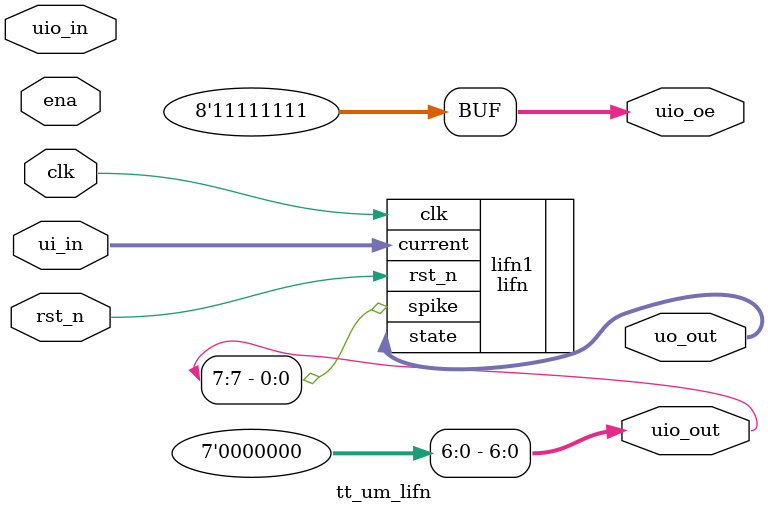
<source format=v>
`default_nettype none

module tt_um_lifn (
    input  wire [7:0] ui_in,    // Dedicated inputs - connected to the input switches
    output wire [7:0] uo_out,   // Dedicated outputs - connected to the 7 segment display
    input  wire [7:0] uio_in,   // IOs: Bidirectional Input path
    output wire [7:0] uio_out,  // IOs: Bidirectional Output path
    output wire [7:0] uio_oe,   // IOs: Bidirectional Enable path (active high: 0=input, 1=output)
    input  wire       ena,      // will go high when the design is enabled
    input  wire       clk,      // clock
    input  wire       rst_n     // reset_n - low to reset
);


    // use bidirectionals as outputs
    assign uio_oe = 8'b11111111;
    assign uio_out[6:0] = 6'd0;

    // instantiate lif neuron
    lifn lifn1(.current(ui_in), .clk(clk), .rst_n(rst_n), .spike(uio_out[7]), .state(uo_out));
    // lif lif2(.current({uio_out[7], 7'b0000000}), .clk(clk), .rst_n(rst_n), .spike(uio_out[6]), .state(uo_out));

endmodule

</source>
